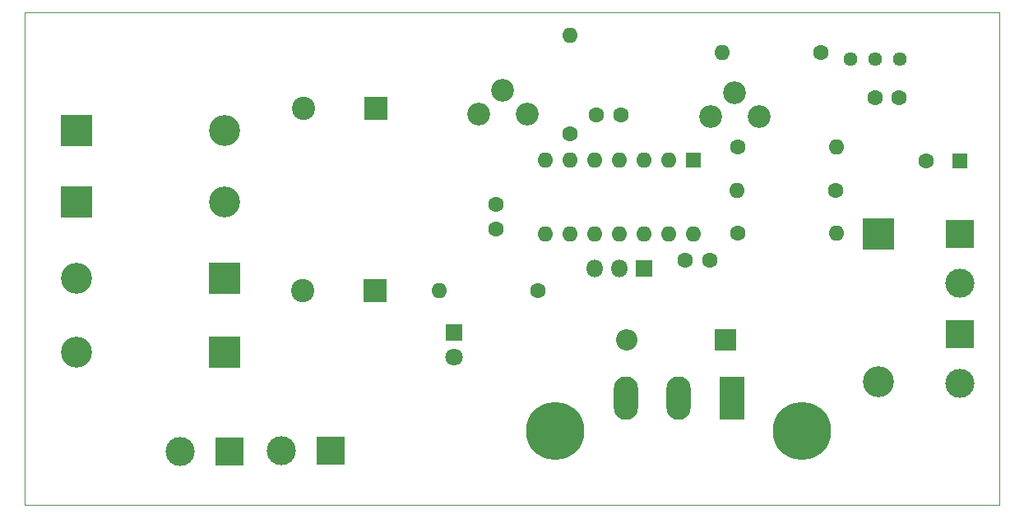
<source format=gbs>
G04 #@! TF.GenerationSoftware,KiCad,Pcbnew,6.0.4-6f826c9f35~116~ubuntu20.04.1*
G04 #@! TF.CreationDate,2022-06-01T22:01:38-03:00*
G04 #@! TF.ProjectId,Kicad_Projects,4b696361-645f-4507-926f-6a656374732e,rev?*
G04 #@! TF.SameCoordinates,Original*
G04 #@! TF.FileFunction,Soldermask,Bot*
G04 #@! TF.FilePolarity,Negative*
%FSLAX46Y46*%
G04 Gerber Fmt 4.6, Leading zero omitted, Abs format (unit mm)*
G04 Created by KiCad (PCBNEW 6.0.4-6f826c9f35~116~ubuntu20.04.1) date 2022-06-01 22:01:38*
%MOMM*%
%LPD*%
G01*
G04 APERTURE LIST*
G04 #@! TA.AperFunction,Profile*
%ADD10C,0.100000*%
G04 #@! TD*
%ADD11C,1.600000*%
%ADD12O,1.600000X1.600000*%
%ADD13C,2.340000*%
%ADD14R,1.800000X1.800000*%
%ADD15O,1.800000X1.800000*%
%ADD16R,2.400000X2.400000*%
%ADD17C,2.400000*%
%ADD18R,2.500000X4.500000*%
%ADD19O,2.500000X4.500000*%
%ADD20R,3.200000X3.200000*%
%ADD21O,3.200000X3.200000*%
%ADD22R,2.200000X2.200000*%
%ADD23O,2.200000X2.200000*%
%ADD24C,6.000000*%
%ADD25C,1.440000*%
%ADD26R,3.000000X3.000000*%
%ADD27C,3.000000*%
%ADD28R,1.600000X1.600000*%
%ADD29C,1.800000*%
G04 APERTURE END LIST*
D10*
X63500000Y-72390000D02*
X63500000Y-123190000D01*
X163830000Y-123190000D02*
X163830000Y-72390000D01*
X63500000Y-123190000D02*
X163830000Y-123190000D01*
X163830000Y-72390000D02*
X63500000Y-72390000D01*
D11*
X145416000Y-76489000D03*
D12*
X135256000Y-76489000D03*
D11*
X136907000Y-95158000D03*
D12*
X147067000Y-95158000D03*
D13*
X134051000Y-83115000D03*
X136551000Y-80615000D03*
X139051000Y-83115000D03*
D14*
X127254000Y-98812000D03*
D15*
X124714000Y-98812000D03*
X122174000Y-98812000D03*
D16*
X99568000Y-101092000D03*
D17*
X92068000Y-101092000D03*
D11*
X146940000Y-90713000D03*
D12*
X136780000Y-90713000D03*
D13*
X110175000Y-82861000D03*
X112675000Y-80361000D03*
X115175000Y-82861000D03*
D18*
X136260000Y-112194000D03*
D19*
X130810000Y-112194000D03*
X125360000Y-112194000D03*
D20*
X68834000Y-91948000D03*
D21*
X84074000Y-91948000D03*
D16*
X99651755Y-82296000D03*
D17*
X92151755Y-82296000D03*
D11*
X122322000Y-82966000D03*
X124822000Y-82966000D03*
D22*
X135636000Y-106172000D03*
D23*
X125476000Y-106172000D03*
D20*
X84074000Y-99822000D03*
D21*
X68834000Y-99822000D03*
D20*
X84074000Y-107442000D03*
D21*
X68834000Y-107442000D03*
D20*
X151384000Y-95250000D03*
D21*
X151384000Y-110490000D03*
D24*
X143510000Y-115570000D03*
X118110000Y-115570000D03*
D25*
X148464000Y-77199000D03*
X151004000Y-77199000D03*
X153544000Y-77199000D03*
D26*
X84583000Y-117637000D03*
D27*
X79503000Y-117637000D03*
D11*
X153504000Y-81188000D03*
X151004000Y-81188000D03*
D28*
X132339000Y-87640000D03*
D12*
X129799000Y-87640000D03*
X127259000Y-87640000D03*
X124719000Y-87640000D03*
X122179000Y-87640000D03*
X119639000Y-87640000D03*
X117099000Y-87640000D03*
X117099000Y-95260000D03*
X119639000Y-95260000D03*
X122179000Y-95260000D03*
X124719000Y-95260000D03*
X127259000Y-95260000D03*
X129799000Y-95260000D03*
X132339000Y-95260000D03*
D11*
X136907000Y-86268000D03*
D12*
X147067000Y-86268000D03*
D14*
X107696000Y-105410000D03*
D29*
X107696000Y-107950000D03*
D28*
X159768651Y-87665000D03*
D11*
X156268651Y-87665000D03*
D20*
X68834000Y-84582000D03*
D21*
X84074000Y-84582000D03*
D26*
X159766000Y-95250000D03*
D27*
X159766000Y-100330000D03*
D26*
X159766000Y-105572000D03*
D27*
X159766000Y-110652000D03*
D11*
X133965000Y-97917000D03*
X131465000Y-97917000D03*
X119635000Y-84871000D03*
D12*
X119635000Y-74711000D03*
D11*
X116332000Y-101092000D03*
D12*
X106172000Y-101092000D03*
D11*
X112014000Y-92202000D03*
X112014000Y-94702000D03*
D26*
X94996000Y-117602000D03*
D27*
X89916000Y-117602000D03*
M02*

</source>
